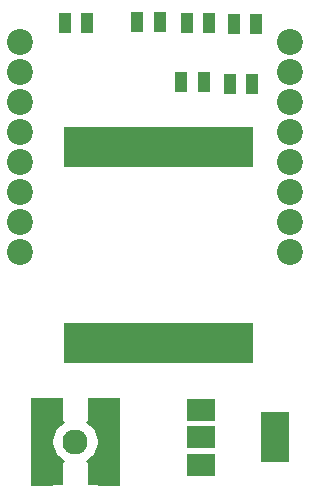
<source format=gts>
G04 #@! TF.FileFunction,Soldermask,Top*
%FSLAX46Y46*%
G04 Gerber Fmt 4.6, Leading zero omitted, Abs format (unit mm)*
G04 Created by KiCad (PCBNEW 4.0.6) date Tuesday, October 17, 2017 'PMt' 10:40:20 PM*
%MOMM*%
%LPD*%
G01*
G04 APERTURE LIST*
%ADD10C,0.100000*%
%ADD11C,2.200000*%
%ADD12R,2.750000X2.310000*%
%ADD13R,1.910000X7.510000*%
%ADD14C,2.130000*%
%ADD15R,1.100000X1.700000*%
%ADD16R,2.000000X3.400000*%
%ADD17R,2.400000X4.200000*%
%ADD18R,2.400000X1.900000*%
G04 APERTURE END LIST*
D10*
D11*
X151927694Y-116227500D03*
X151927694Y-118767500D03*
X151927694Y-121307500D03*
X151927694Y-123847500D03*
X151927694Y-126387500D03*
X151927694Y-128927500D03*
X151927694Y-131467500D03*
X151927694Y-134007500D03*
X174787694Y-134007500D03*
X174787694Y-131467500D03*
X174787694Y-128927500D03*
X174787694Y-126387500D03*
X174787694Y-123847500D03*
X174787694Y-121307500D03*
X174787694Y-118767500D03*
X174787694Y-116227500D03*
D10*
G36*
X153142791Y-150075783D02*
X154458361Y-149596955D01*
X155279209Y-151852217D01*
X153963639Y-152331045D01*
X153142791Y-150075783D01*
X153142791Y-150075783D01*
G37*
G36*
X153963639Y-147896955D02*
X155279209Y-148375783D01*
X154458361Y-150631045D01*
X153142791Y-150152217D01*
X153963639Y-147896955D01*
X153963639Y-147896955D01*
G37*
G36*
X158723639Y-149596955D02*
X160039209Y-150075783D01*
X159218361Y-152331045D01*
X157902791Y-151852217D01*
X158723639Y-149596955D01*
X158723639Y-149596955D01*
G37*
G36*
X157902791Y-148375783D02*
X159218361Y-147896955D01*
X160039209Y-150152217D01*
X158723639Y-150631045D01*
X157902791Y-148375783D01*
X157902791Y-148375783D01*
G37*
G36*
X154016514Y-151523769D02*
X154595023Y-150834329D01*
X155667486Y-151734231D01*
X155088977Y-152423671D01*
X154016514Y-151523769D01*
X154016514Y-151523769D01*
G37*
G36*
X155088977Y-147804329D02*
X155667486Y-148493769D01*
X154595023Y-149393671D01*
X154016514Y-148704231D01*
X155088977Y-147804329D01*
X155088977Y-147804329D01*
G37*
G36*
X158586977Y-150834329D02*
X159165486Y-151523769D01*
X158093023Y-152423671D01*
X157514514Y-151734231D01*
X158586977Y-150834329D01*
X158586977Y-150834329D01*
G37*
G36*
X157514514Y-148493769D02*
X158093023Y-147804329D01*
X159165486Y-148704231D01*
X158586977Y-149393671D01*
X157514514Y-148493769D01*
X157514514Y-148493769D01*
G37*
D12*
X154211000Y-152714000D03*
D13*
X153791000Y-150114000D03*
D12*
X154211000Y-147514000D03*
X158971000Y-152714000D03*
D14*
X156591000Y-150114000D03*
D13*
X159391000Y-150114000D03*
D12*
X158971000Y-147514000D03*
D15*
X161838600Y-114554000D03*
X163738600Y-114554000D03*
X155681600Y-114630200D03*
X157581600Y-114630200D03*
X167904200Y-114681000D03*
X166004200Y-114681000D03*
X167459700Y-119659400D03*
X165559700Y-119659400D03*
X171549100Y-119837200D03*
X169649100Y-119837200D03*
X171904700Y-114769900D03*
X170004700Y-114769900D03*
D16*
X170601400Y-141789700D03*
X170601400Y-125189700D03*
X168601400Y-141789700D03*
X168601400Y-125189700D03*
X166601400Y-141789700D03*
X166601400Y-125189700D03*
X164601400Y-141789700D03*
X164601400Y-125189700D03*
X162601400Y-141789700D03*
X162601400Y-125189700D03*
X160601400Y-141789700D03*
X160601400Y-125189700D03*
X158601400Y-141789700D03*
X158601400Y-125189700D03*
X156601400Y-141789700D03*
X156601400Y-125189700D03*
D17*
X173482400Y-149745700D03*
D18*
X167182400Y-149745700D03*
X167182400Y-152045700D03*
X167182400Y-147445700D03*
M02*

</source>
